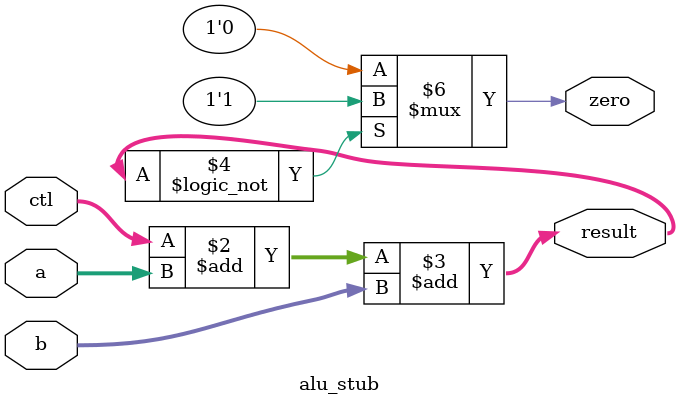
<source format=v>
module alu_stub(ctl, a, b, result, zero);
   // inputs are the source:
   // @annot{taint_source(ctl)}
   input [2:0]  ctl;
   input [31:0] a, b;

   // outputs are the sink:
   // @annot{taint_sink(result)} @annot{taint_sink(zero)}
   output [31:0] result;
   output        zero;

   reg [31:0]    result;
   reg           zero;

   always @(*) begin
      result = ctl + a + b;

      if (result == 32'd0)
        zero = 1;
      else
        zero = 0;
   end
endmodule

</source>
